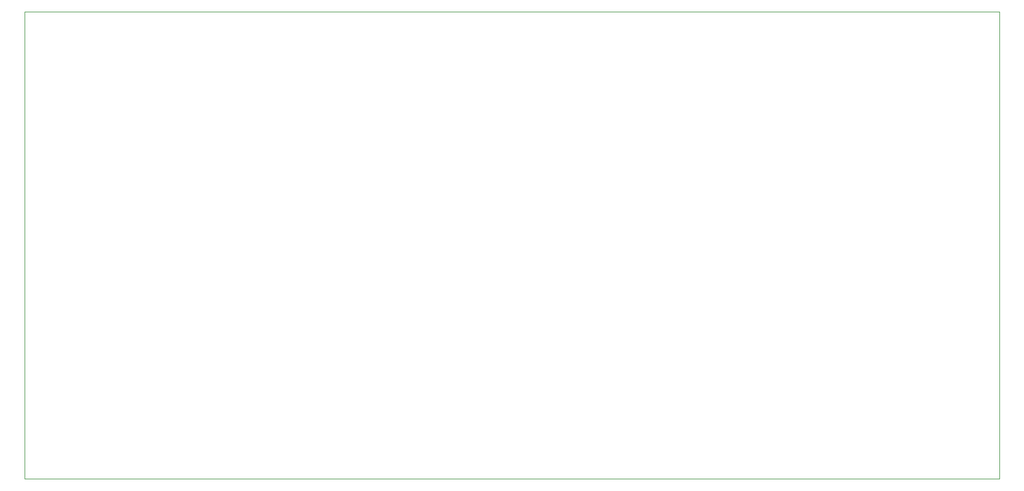
<source format=gbr>
G04 #@! TF.GenerationSoftware,KiCad,Pcbnew,6.0.2-378541a8eb~116~ubuntu18.04.1*
G04 #@! TF.CreationDate,2022-02-21T15:42:04+08:00*
G04 #@! TF.ProjectId,XT60_CAN,58543630-5f43-4414-9e2e-6b696361645f,rev?*
G04 #@! TF.SameCoordinates,Original*
G04 #@! TF.FileFunction,Profile,NP*
%FSLAX46Y46*%
G04 Gerber Fmt 4.6, Leading zero omitted, Abs format (unit mm)*
G04 Created by KiCad (PCBNEW 6.0.2-378541a8eb~116~ubuntu18.04.1) date 2022-02-21 15:42:04*
%MOMM*%
%LPD*%
G01*
G04 APERTURE LIST*
G04 #@! TA.AperFunction,Profile*
%ADD10C,0.100000*%
G04 #@! TD*
G04 APERTURE END LIST*
D10*
X198120000Y-90424000D02*
X57150000Y-90424000D01*
X57150000Y-90424000D02*
X57150000Y-22860000D01*
X57150000Y-22860000D02*
X198120000Y-22860000D01*
X198120000Y-22860000D02*
X198120000Y-90424000D01*
M02*

</source>
